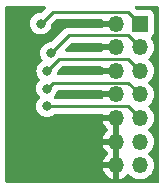
<source format=gbr>
%TF.GenerationSoftware,KiCad,Pcbnew,7.0.2*%
%TF.CreationDate,2024-01-21T01:29:36-05:00*%
%TF.ProjectId,jtag-adapter,6a746167-2d61-4646-9170-7465722e6b69,rev?*%
%TF.SameCoordinates,Original*%
%TF.FileFunction,Copper,L2,Bot*%
%TF.FilePolarity,Positive*%
%FSLAX46Y46*%
G04 Gerber Fmt 4.6, Leading zero omitted, Abs format (unit mm)*
G04 Created by KiCad (PCBNEW 7.0.2) date 2024-01-21 01:29:36*
%MOMM*%
%LPD*%
G01*
G04 APERTURE LIST*
%TA.AperFunction,ComponentPad*%
%ADD10R,1.350000X1.350000*%
%TD*%
%TA.AperFunction,ComponentPad*%
%ADD11O,1.350000X1.350000*%
%TD*%
%TA.AperFunction,ViaPad*%
%ADD12C,0.800000*%
%TD*%
%TA.AperFunction,Conductor*%
%ADD13C,0.250000*%
%TD*%
G04 APERTURE END LIST*
D10*
%TO.P,J2,1,Pin_1*%
%TO.N,+1V8*%
X94400000Y-66000000D03*
D11*
%TO.P,J2,2,Pin_2*%
%TO.N,GND*%
X92400000Y-66000000D03*
%TO.P,J2,3,Pin_3*%
%TO.N,/TMS*%
X94400000Y-68000000D03*
%TO.P,J2,4,Pin_4*%
%TO.N,GND*%
X92400000Y-68000000D03*
%TO.P,J2,5,Pin_5*%
%TO.N,/TCK*%
X94400000Y-70000000D03*
%TO.P,J2,6,Pin_6*%
%TO.N,GND*%
X92400000Y-70000000D03*
%TO.P,J2,7,Pin_7*%
%TO.N,/TDO*%
X94400000Y-72000000D03*
%TO.P,J2,8,Pin_8*%
%TO.N,GND*%
X92400000Y-72000000D03*
%TO.P,J2,9,Pin_9*%
%TO.N,/TDI*%
X94400000Y-74000000D03*
%TO.P,J2,10,Pin_10*%
%TO.N,GND*%
X92400000Y-74000000D03*
%TO.P,J2,11,Pin_11*%
%TO.N,unconnected-(J2-Pin_11-Pad11)*%
X94400000Y-76000000D03*
%TO.P,J2,12,Pin_12*%
%TO.N,GND*%
X92400000Y-76000000D03*
%TO.P,J2,13,Pin_13*%
%TO.N,unconnected-(J2-Pin_13-Pad13)*%
X94400000Y-78000000D03*
%TO.P,J2,14,Pin_14*%
%TO.N,GND*%
X92400000Y-78000000D03*
%TD*%
D12*
%TO.N,+1V8*%
X86000000Y-66000000D03*
%TO.N,/TMS*%
X86850498Y-68500000D03*
%TO.N,/TCK*%
X86524219Y-70007266D03*
%TO.N,/TDO*%
X86500000Y-71500000D03*
%TO.N,/TDI*%
X86500000Y-73000000D03*
%TD*%
D13*
%TO.N,+1V8*%
X93400000Y-65000000D02*
X94400000Y-66000000D01*
X86000000Y-66000000D02*
X87000000Y-65000000D01*
X87000000Y-65000000D02*
X93400000Y-65000000D01*
%TO.N,/TMS*%
X88350498Y-67000000D02*
X93400000Y-67000000D01*
X86850498Y-68500000D02*
X88350498Y-67000000D01*
X93400000Y-67000000D02*
X94400000Y-68000000D01*
%TO.N,/TCK*%
X93400000Y-69000000D02*
X94400000Y-70000000D01*
X86524219Y-70007266D02*
X87531485Y-69000000D01*
X87531485Y-69000000D02*
X93400000Y-69000000D01*
%TO.N,/TDO*%
X86500000Y-71500000D02*
X87000000Y-71000000D01*
X93400000Y-71000000D02*
X94400000Y-72000000D01*
X87000000Y-71000000D02*
X93400000Y-71000000D01*
%TO.N,/TDI*%
X93400000Y-73000000D02*
X94400000Y-74000000D01*
X86500000Y-73000000D02*
X93400000Y-73000000D01*
%TD*%
%TA.AperFunction,Conductor*%
%TO.N,GND*%
G36*
X86382586Y-64520185D02*
G01*
X86428341Y-64572989D01*
X86438285Y-64642147D01*
X86409260Y-64705703D01*
X86403228Y-64712181D01*
X86052228Y-65063181D01*
X85990905Y-65096666D01*
X85964547Y-65099500D01*
X85905352Y-65099500D01*
X85720197Y-65138855D01*
X85547269Y-65215848D01*
X85394129Y-65327110D01*
X85267466Y-65467783D01*
X85172820Y-65631715D01*
X85114326Y-65811742D01*
X85094540Y-65999999D01*
X85114326Y-66188257D01*
X85172820Y-66368284D01*
X85267466Y-66532216D01*
X85394129Y-66672889D01*
X85547269Y-66784151D01*
X85720197Y-66861144D01*
X85905352Y-66900500D01*
X85905354Y-66900500D01*
X86094648Y-66900500D01*
X86218083Y-66874262D01*
X86279803Y-66861144D01*
X86452730Y-66784151D01*
X86605871Y-66672888D01*
X86732533Y-66532216D01*
X86827179Y-66368284D01*
X86885674Y-66188256D01*
X86903321Y-66020345D01*
X86929905Y-65955732D01*
X86938942Y-65945646D01*
X87222772Y-65661816D01*
X87284094Y-65628334D01*
X87310452Y-65625500D01*
X91120715Y-65625500D01*
X91187754Y-65645185D01*
X91233509Y-65697989D01*
X91238986Y-65736084D01*
X91249495Y-65750000D01*
X92084314Y-65750000D01*
X92072359Y-65761955D01*
X92014835Y-65874852D01*
X91995014Y-66000000D01*
X92014835Y-66125148D01*
X92072359Y-66238045D01*
X92084314Y-66250000D01*
X91249495Y-66250000D01*
X91239590Y-66263115D01*
X91239394Y-66286434D01*
X91201127Y-66344892D01*
X91137329Y-66373382D01*
X91120715Y-66374500D01*
X88433238Y-66374500D01*
X88412734Y-66372236D01*
X88342642Y-66374439D01*
X88338748Y-66374500D01*
X88311148Y-66374500D01*
X88307297Y-66374986D01*
X88307266Y-66374988D01*
X88307138Y-66375005D01*
X88295526Y-66375918D01*
X88251870Y-66377290D01*
X88232633Y-66382879D01*
X88213592Y-66386822D01*
X88193706Y-66389335D01*
X88153080Y-66405419D01*
X88142035Y-66409200D01*
X88100111Y-66421381D01*
X88082863Y-66431581D01*
X88065401Y-66440135D01*
X88053413Y-66444881D01*
X88046763Y-66447515D01*
X88011424Y-66473189D01*
X88001666Y-66479599D01*
X87964077Y-66501829D01*
X87949908Y-66515998D01*
X87935120Y-66528628D01*
X87918911Y-66540405D01*
X87891070Y-66574058D01*
X87883209Y-66582696D01*
X86902726Y-67563181D01*
X86841403Y-67596666D01*
X86815045Y-67599500D01*
X86755850Y-67599500D01*
X86570695Y-67638855D01*
X86397767Y-67715848D01*
X86244627Y-67827110D01*
X86117964Y-67967783D01*
X86023318Y-68131715D01*
X85964824Y-68311742D01*
X85945038Y-68500000D01*
X85964824Y-68688257D01*
X86023318Y-68868284D01*
X86124481Y-69043503D01*
X86121863Y-69045014D01*
X86143392Y-69089884D01*
X86134762Y-69159218D01*
X86090016Y-69212880D01*
X86071510Y-69223099D01*
X85918348Y-69334377D01*
X85791685Y-69475049D01*
X85697039Y-69638981D01*
X85638545Y-69819008D01*
X85618759Y-70007266D01*
X85638545Y-70195523D01*
X85697039Y-70375550D01*
X85791683Y-70539479D01*
X85791686Y-70539482D01*
X85897692Y-70657213D01*
X85927921Y-70720203D01*
X85919296Y-70789538D01*
X85897691Y-70823157D01*
X85894131Y-70827110D01*
X85894129Y-70827112D01*
X85842148Y-70884841D01*
X85767464Y-70967786D01*
X85672820Y-71131715D01*
X85614326Y-71311742D01*
X85594540Y-71500000D01*
X85614326Y-71688257D01*
X85672820Y-71868284D01*
X85767464Y-72032213D01*
X85767467Y-72032216D01*
X85888854Y-72167030D01*
X85919083Y-72230019D01*
X85910458Y-72299354D01*
X85888856Y-72332968D01*
X85851461Y-72374500D01*
X85767464Y-72467786D01*
X85672820Y-72631715D01*
X85614326Y-72811742D01*
X85594540Y-73000000D01*
X85614326Y-73188257D01*
X85672820Y-73368284D01*
X85767466Y-73532216D01*
X85894129Y-73672889D01*
X86047269Y-73784151D01*
X86220197Y-73861144D01*
X86405352Y-73900500D01*
X86405354Y-73900500D01*
X86594648Y-73900500D01*
X86718083Y-73874262D01*
X86779803Y-73861144D01*
X86952730Y-73784151D01*
X87105871Y-73672888D01*
X87111598Y-73666527D01*
X87171084Y-73629879D01*
X87203747Y-73625500D01*
X91120715Y-73625500D01*
X91187754Y-73645185D01*
X91233509Y-73697989D01*
X91238986Y-73736084D01*
X91249495Y-73750000D01*
X92084314Y-73750000D01*
X92072359Y-73761955D01*
X92014835Y-73874852D01*
X91995014Y-74000000D01*
X92014835Y-74125148D01*
X92072359Y-74238045D01*
X92084314Y-74250000D01*
X91249495Y-74250000D01*
X91299651Y-74426278D01*
X91396712Y-74621205D01*
X91527944Y-74794985D01*
X91652315Y-74908363D01*
X91688597Y-74968074D01*
X91686836Y-75037921D01*
X91652315Y-75091637D01*
X91527944Y-75205014D01*
X91396712Y-75378794D01*
X91299651Y-75573721D01*
X91249494Y-75749999D01*
X91249495Y-75750000D01*
X92084314Y-75750000D01*
X92072359Y-75761955D01*
X92014835Y-75874852D01*
X91995014Y-76000000D01*
X92014835Y-76125148D01*
X92072359Y-76238045D01*
X92084314Y-76250000D01*
X91249495Y-76250000D01*
X91299651Y-76426278D01*
X91396712Y-76621205D01*
X91527944Y-76794985D01*
X91652315Y-76908363D01*
X91688597Y-76968074D01*
X91686836Y-77037921D01*
X91652315Y-77091637D01*
X91527944Y-77205014D01*
X91396712Y-77378794D01*
X91299651Y-77573721D01*
X91249494Y-77749999D01*
X91249495Y-77750000D01*
X92084314Y-77750000D01*
X92072359Y-77761955D01*
X92014835Y-77874852D01*
X91995014Y-78000000D01*
X92014835Y-78125148D01*
X92072359Y-78238045D01*
X92084314Y-78250000D01*
X91249495Y-78250000D01*
X91299651Y-78426278D01*
X91396712Y-78621205D01*
X91527944Y-78794985D01*
X91688868Y-78941685D01*
X91874012Y-79056322D01*
X92077069Y-79134986D01*
X92150000Y-79148619D01*
X92150000Y-78315686D01*
X92161955Y-78327641D01*
X92274852Y-78385165D01*
X92368519Y-78400000D01*
X92431481Y-78400000D01*
X92525148Y-78385165D01*
X92638045Y-78327641D01*
X92650000Y-78315685D01*
X92650000Y-79148619D01*
X92722930Y-79134986D01*
X92925987Y-79056322D01*
X93111131Y-78941685D01*
X93272052Y-78794987D01*
X93300730Y-78757011D01*
X93356838Y-78715374D01*
X93426550Y-78710681D01*
X93487733Y-78744422D01*
X93498640Y-78757009D01*
X93527573Y-78795323D01*
X93675493Y-78930169D01*
X93688568Y-78942088D01*
X93781178Y-78999430D01*
X93873791Y-79056773D01*
X94057991Y-79128132D01*
X94076931Y-79135470D01*
X94291074Y-79175500D01*
X94291076Y-79175500D01*
X94508924Y-79175500D01*
X94508926Y-79175500D01*
X94723069Y-79135470D01*
X94858496Y-79083004D01*
X94926208Y-79056773D01*
X94926210Y-79056772D01*
X95111432Y-78942088D01*
X95272427Y-78795322D01*
X95403712Y-78621472D01*
X95500817Y-78426459D01*
X95500818Y-78426457D01*
X95560435Y-78216925D01*
X95568939Y-78125148D01*
X95580536Y-78000000D01*
X95560435Y-77783077D01*
X95560435Y-77783074D01*
X95500818Y-77573542D01*
X95403712Y-77378528D01*
X95272426Y-77204676D01*
X95148427Y-77091637D01*
X95112145Y-77031926D01*
X95113906Y-76962079D01*
X95148427Y-76908363D01*
X95272426Y-76795323D01*
X95301358Y-76757011D01*
X95403712Y-76621472D01*
X95500817Y-76426459D01*
X95500818Y-76426457D01*
X95560435Y-76216925D01*
X95568939Y-76125148D01*
X95580536Y-76000000D01*
X95560435Y-75783077D01*
X95560435Y-75783074D01*
X95500818Y-75573542D01*
X95403712Y-75378528D01*
X95272426Y-75204676D01*
X95148427Y-75091637D01*
X95112145Y-75031926D01*
X95113906Y-74962079D01*
X95148427Y-74908363D01*
X95272426Y-74795323D01*
X95301358Y-74757011D01*
X95403712Y-74621472D01*
X95500817Y-74426459D01*
X95500818Y-74426457D01*
X95560435Y-74216925D01*
X95568939Y-74125148D01*
X95580536Y-74000000D01*
X95560435Y-73783077D01*
X95560435Y-73783074D01*
X95500818Y-73573542D01*
X95403712Y-73378528D01*
X95272426Y-73204676D01*
X95148427Y-73091637D01*
X95112145Y-73031926D01*
X95113906Y-72962079D01*
X95148427Y-72908363D01*
X95272426Y-72795323D01*
X95272427Y-72795322D01*
X95403712Y-72621472D01*
X95500817Y-72426459D01*
X95500818Y-72426457D01*
X95560435Y-72216925D01*
X95564515Y-72172888D01*
X95580536Y-72000000D01*
X95560435Y-71783077D01*
X95560435Y-71783074D01*
X95500818Y-71573542D01*
X95403712Y-71378528D01*
X95272426Y-71204676D01*
X95148427Y-71091637D01*
X95112145Y-71031926D01*
X95113906Y-70962079D01*
X95148427Y-70908363D01*
X95272426Y-70795323D01*
X95276795Y-70789538D01*
X95403712Y-70621472D01*
X95500817Y-70426459D01*
X95500818Y-70426457D01*
X95560435Y-70216925D01*
X95568939Y-70125148D01*
X95580536Y-70000000D01*
X95560435Y-69783077D01*
X95560435Y-69783074D01*
X95500818Y-69573542D01*
X95403712Y-69378528D01*
X95272426Y-69204676D01*
X95148427Y-69091637D01*
X95112145Y-69031926D01*
X95113906Y-68962079D01*
X95148427Y-68908363D01*
X95272426Y-68795323D01*
X95353279Y-68688256D01*
X95403712Y-68621472D01*
X95500817Y-68426459D01*
X95500818Y-68426457D01*
X95560435Y-68216925D01*
X95564848Y-68169297D01*
X95580536Y-68000000D01*
X95560435Y-67783077D01*
X95560435Y-67783074D01*
X95500818Y-67573542D01*
X95403712Y-67378528D01*
X95322252Y-67270657D01*
X95297560Y-67205295D01*
X95312125Y-67136961D01*
X95346894Y-67096664D01*
X95432546Y-67032546D01*
X95518796Y-66917331D01*
X95569091Y-66782483D01*
X95575500Y-66722873D01*
X95575499Y-65277128D01*
X95569091Y-65217517D01*
X95518796Y-65082669D01*
X95432546Y-64967454D01*
X95317331Y-64881204D01*
X95182483Y-64830909D01*
X95122873Y-64824500D01*
X95119551Y-64824500D01*
X94160453Y-64824500D01*
X94093414Y-64804815D01*
X94072772Y-64788181D01*
X93996772Y-64712181D01*
X93963287Y-64650858D01*
X93968271Y-64581166D01*
X94010143Y-64525233D01*
X94075607Y-64500816D01*
X94084453Y-64500500D01*
X95875500Y-64500500D01*
X95942539Y-64520185D01*
X95988294Y-64572989D01*
X95999500Y-64624500D01*
X95999500Y-79375500D01*
X95979815Y-79442539D01*
X95927011Y-79488294D01*
X95875500Y-79499500D01*
X83124500Y-79499500D01*
X83057461Y-79479815D01*
X83011706Y-79427011D01*
X83000500Y-79375500D01*
X83000500Y-64624500D01*
X83020185Y-64557461D01*
X83072989Y-64511706D01*
X83124500Y-64500500D01*
X86315547Y-64500500D01*
X86382586Y-64520185D01*
G37*
%TD.AperFunction*%
%TA.AperFunction,Conductor*%
G36*
X92650000Y-77684314D02*
G01*
X92638045Y-77672359D01*
X92525148Y-77614835D01*
X92431481Y-77600000D01*
X92368519Y-77600000D01*
X92274852Y-77614835D01*
X92161955Y-77672359D01*
X92150000Y-77684314D01*
X92150000Y-76315686D01*
X92161955Y-76327641D01*
X92274852Y-76385165D01*
X92368519Y-76400000D01*
X92431481Y-76400000D01*
X92525148Y-76385165D01*
X92638045Y-76327641D01*
X92650000Y-76315685D01*
X92650000Y-77684314D01*
G37*
%TD.AperFunction*%
%TA.AperFunction,Conductor*%
G36*
X92650000Y-75684314D02*
G01*
X92638045Y-75672359D01*
X92525148Y-75614835D01*
X92431481Y-75600000D01*
X92368519Y-75600000D01*
X92274852Y-75614835D01*
X92161955Y-75672359D01*
X92150000Y-75684314D01*
X92150000Y-74315686D01*
X92161955Y-74327641D01*
X92274852Y-74385165D01*
X92368519Y-74400000D01*
X92431481Y-74400000D01*
X92525148Y-74385165D01*
X92638045Y-74327641D01*
X92650000Y-74315685D01*
X92650000Y-75684314D01*
G37*
%TD.AperFunction*%
%TA.AperFunction,Conductor*%
G36*
X92209016Y-73648379D02*
G01*
X92222489Y-73636706D01*
X92238960Y-73633122D01*
X92209016Y-73648379D01*
G37*
%TD.AperFunction*%
%TA.AperFunction,Conductor*%
G36*
X92593039Y-73645185D02*
G01*
X92599620Y-73652780D01*
X92573389Y-73639415D01*
X92593039Y-73645185D01*
G37*
%TD.AperFunction*%
%TA.AperFunction,Conductor*%
G36*
X91187754Y-71645185D02*
G01*
X91233509Y-71697989D01*
X91238986Y-71736084D01*
X91249495Y-71750000D01*
X92084314Y-71750000D01*
X92072359Y-71761955D01*
X92014835Y-71874852D01*
X91995014Y-72000000D01*
X92014835Y-72125148D01*
X92072359Y-72238045D01*
X92084314Y-72250000D01*
X91249495Y-72250000D01*
X91239590Y-72263115D01*
X91239394Y-72286434D01*
X91201127Y-72344892D01*
X91137329Y-72373382D01*
X91120715Y-72374500D01*
X87203747Y-72374500D01*
X87136708Y-72354815D01*
X87111581Y-72333453D01*
X87111128Y-72332951D01*
X87080913Y-72269953D01*
X87089553Y-72200620D01*
X87111143Y-72167031D01*
X87232533Y-72032216D01*
X87327179Y-71868284D01*
X87365612Y-71750000D01*
X87378225Y-71711182D01*
X87417662Y-71653506D01*
X87482021Y-71626308D01*
X87496156Y-71625500D01*
X91120715Y-71625500D01*
X91187754Y-71645185D01*
G37*
%TD.AperFunction*%
%TA.AperFunction,Conductor*%
G36*
X92226610Y-72360584D02*
G01*
X92206961Y-72354815D01*
X92200379Y-72347219D01*
X92226610Y-72360584D01*
G37*
%TD.AperFunction*%
%TA.AperFunction,Conductor*%
G36*
X92577511Y-72363294D02*
G01*
X92561039Y-72366877D01*
X92590983Y-72351620D01*
X92577511Y-72363294D01*
G37*
%TD.AperFunction*%
%TA.AperFunction,Conductor*%
G36*
X92209016Y-71648379D02*
G01*
X92222489Y-71636706D01*
X92238960Y-71633122D01*
X92209016Y-71648379D01*
G37*
%TD.AperFunction*%
%TA.AperFunction,Conductor*%
G36*
X92593039Y-71645185D02*
G01*
X92599620Y-71652780D01*
X92573389Y-71639415D01*
X92593039Y-71645185D01*
G37*
%TD.AperFunction*%
%TA.AperFunction,Conductor*%
G36*
X91187754Y-69645185D02*
G01*
X91233509Y-69697989D01*
X91238986Y-69736084D01*
X91249495Y-69750000D01*
X92084314Y-69750000D01*
X92072359Y-69761955D01*
X92014835Y-69874852D01*
X91995014Y-70000000D01*
X92014835Y-70125148D01*
X92072359Y-70238045D01*
X92084314Y-70250000D01*
X91249495Y-70250000D01*
X91239590Y-70263115D01*
X91239394Y-70286434D01*
X91201127Y-70344892D01*
X91137329Y-70373382D01*
X91120715Y-70374500D01*
X87522410Y-70374500D01*
X87455371Y-70354815D01*
X87409616Y-70302011D01*
X87399672Y-70232853D01*
X87404480Y-70212180D01*
X87409892Y-70195524D01*
X87409893Y-70195522D01*
X87427540Y-70027610D01*
X87454123Y-69963000D01*
X87463160Y-69952914D01*
X87754258Y-69661816D01*
X87815580Y-69628334D01*
X87841938Y-69625500D01*
X91120715Y-69625500D01*
X91187754Y-69645185D01*
G37*
%TD.AperFunction*%
%TA.AperFunction,Conductor*%
G36*
X92226610Y-70360584D02*
G01*
X92206961Y-70354815D01*
X92200379Y-70347219D01*
X92226610Y-70360584D01*
G37*
%TD.AperFunction*%
%TA.AperFunction,Conductor*%
G36*
X92577511Y-70363294D02*
G01*
X92561039Y-70366877D01*
X92590983Y-70351620D01*
X92577511Y-70363294D01*
G37*
%TD.AperFunction*%
%TA.AperFunction,Conductor*%
G36*
X92209016Y-69648379D02*
G01*
X92222489Y-69636706D01*
X92238960Y-69633122D01*
X92209016Y-69648379D01*
G37*
%TD.AperFunction*%
%TA.AperFunction,Conductor*%
G36*
X92593039Y-69645185D02*
G01*
X92599620Y-69652780D01*
X92573389Y-69639415D01*
X92593039Y-69645185D01*
G37*
%TD.AperFunction*%
%TA.AperFunction,Conductor*%
G36*
X91187754Y-67645185D02*
G01*
X91233509Y-67697989D01*
X91238986Y-67736084D01*
X91249495Y-67750000D01*
X92084314Y-67750000D01*
X92072359Y-67761955D01*
X92014835Y-67874852D01*
X91995014Y-68000000D01*
X92014835Y-68125148D01*
X92072359Y-68238045D01*
X92084314Y-68250000D01*
X91249495Y-68250000D01*
X91239590Y-68263115D01*
X91239394Y-68286434D01*
X91201127Y-68344892D01*
X91137329Y-68373382D01*
X91120715Y-68374500D01*
X88159950Y-68374500D01*
X88092911Y-68354815D01*
X88047156Y-68302011D01*
X88037212Y-68232853D01*
X88066237Y-68169297D01*
X88072269Y-68162819D01*
X88267305Y-67967784D01*
X88573269Y-67661819D01*
X88634593Y-67628334D01*
X88660951Y-67625500D01*
X91120715Y-67625500D01*
X91187754Y-67645185D01*
G37*
%TD.AperFunction*%
%TA.AperFunction,Conductor*%
G36*
X92226610Y-68360584D02*
G01*
X92206961Y-68354815D01*
X92200379Y-68347219D01*
X92226610Y-68360584D01*
G37*
%TD.AperFunction*%
%TA.AperFunction,Conductor*%
G36*
X92577511Y-68363294D02*
G01*
X92561039Y-68366877D01*
X92590983Y-68351620D01*
X92577511Y-68363294D01*
G37*
%TD.AperFunction*%
%TA.AperFunction,Conductor*%
G36*
X92209016Y-67648379D02*
G01*
X92222489Y-67636706D01*
X92238960Y-67633122D01*
X92209016Y-67648379D01*
G37*
%TD.AperFunction*%
%TA.AperFunction,Conductor*%
G36*
X92593039Y-67645185D02*
G01*
X92599620Y-67652780D01*
X92573389Y-67639415D01*
X92593039Y-67645185D01*
G37*
%TD.AperFunction*%
%TA.AperFunction,Conductor*%
G36*
X92226610Y-66360584D02*
G01*
X92206961Y-66354815D01*
X92200379Y-66347219D01*
X92226610Y-66360584D01*
G37*
%TD.AperFunction*%
%TA.AperFunction,Conductor*%
G36*
X92577511Y-66363294D02*
G01*
X92561039Y-66366877D01*
X92590983Y-66351620D01*
X92577511Y-66363294D01*
G37*
%TD.AperFunction*%
%TD*%
M02*

</source>
